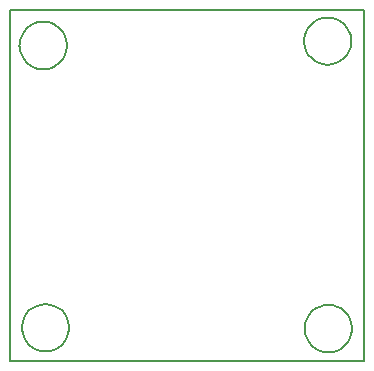
<source format=gbr>
G04 PROTEUS GERBER X2 FILE*
%TF.GenerationSoftware,Labcenter,Proteus,8.12-SP2-Build31155*%
%TF.CreationDate,2022-11-22T16:10:00+00:00*%
%TF.FileFunction,NonPlated,1,2,NPTH*%
%TF.FilePolarity,Positive*%
%TF.Part,Single*%
%TF.SameCoordinates,{c16a8dad-42be-4f3a-a876-1634d5cf0ecb}*%
%FSLAX45Y45*%
%MOMM*%
G01*
%TA.AperFunction,Profile*%
%ADD14C,0.203200*%
%TD.AperFunction*%
D14*
X-4173220Y-872240D02*
X-1177400Y-872240D01*
X-1177400Y+2100300D01*
X-4173220Y+2100300D01*
X-4173220Y-872240D01*
X-3693980Y+1798520D02*
X-3694640Y+1814759D01*
X-3700005Y+1847239D01*
X-3711205Y+1879719D01*
X-3729429Y+1912199D01*
X-3757296Y+1944525D01*
X-3789776Y+1969229D01*
X-3822256Y+1985217D01*
X-3854736Y+1994632D01*
X-3887216Y+1998406D01*
X-3893980Y+1998520D01*
X-4093980Y+1798520D02*
X-4093320Y+1814759D01*
X-4087955Y+1847239D01*
X-4076755Y+1879719D01*
X-4058531Y+1912199D01*
X-4030664Y+1944525D01*
X-3998184Y+1969229D01*
X-3965704Y+1985217D01*
X-3933224Y+1994632D01*
X-3900744Y+1998406D01*
X-3893980Y+1998520D01*
X-4093980Y+1798520D02*
X-4093320Y+1782281D01*
X-4087955Y+1749801D01*
X-4076755Y+1717321D01*
X-4058531Y+1684841D01*
X-4030664Y+1652515D01*
X-3998184Y+1627811D01*
X-3965704Y+1611823D01*
X-3933224Y+1602408D01*
X-3900744Y+1598634D01*
X-3893980Y+1598520D01*
X-3693980Y+1798520D02*
X-3694640Y+1782281D01*
X-3700005Y+1749801D01*
X-3711205Y+1717321D01*
X-3729429Y+1684841D01*
X-3757296Y+1652515D01*
X-3789776Y+1627811D01*
X-3822256Y+1611823D01*
X-3854736Y+1602408D01*
X-3887216Y+1598634D01*
X-3893980Y+1598520D01*
X-1284580Y+1835660D02*
X-1285240Y+1851899D01*
X-1290605Y+1884379D01*
X-1301805Y+1916859D01*
X-1320029Y+1949339D01*
X-1347896Y+1981665D01*
X-1380376Y+2006369D01*
X-1412856Y+2022357D01*
X-1445336Y+2031772D01*
X-1477816Y+2035546D01*
X-1484580Y+2035660D01*
X-1684580Y+1835660D02*
X-1683920Y+1851899D01*
X-1678555Y+1884379D01*
X-1667355Y+1916859D01*
X-1649131Y+1949339D01*
X-1621264Y+1981665D01*
X-1588784Y+2006369D01*
X-1556304Y+2022357D01*
X-1523824Y+2031772D01*
X-1491344Y+2035546D01*
X-1484580Y+2035660D01*
X-1684580Y+1835660D02*
X-1683920Y+1819421D01*
X-1678555Y+1786941D01*
X-1667355Y+1754461D01*
X-1649131Y+1721981D01*
X-1621264Y+1689655D01*
X-1588784Y+1664951D01*
X-1556304Y+1648963D01*
X-1523824Y+1639548D01*
X-1491344Y+1635774D01*
X-1484580Y+1635660D01*
X-1284580Y+1835660D02*
X-1285240Y+1819421D01*
X-1290605Y+1786941D01*
X-1301805Y+1754461D01*
X-1320029Y+1721981D01*
X-1347896Y+1689655D01*
X-1380376Y+1664951D01*
X-1412856Y+1648963D01*
X-1445336Y+1639548D01*
X-1477816Y+1635774D01*
X-1484580Y+1635660D01*
X-3673980Y-590780D02*
X-3674640Y-574541D01*
X-3680005Y-542061D01*
X-3691205Y-509581D01*
X-3709429Y-477101D01*
X-3737296Y-444775D01*
X-3769776Y-420071D01*
X-3802256Y-404083D01*
X-3834736Y-394668D01*
X-3867216Y-390894D01*
X-3873980Y-390780D01*
X-4073980Y-590780D02*
X-4073320Y-574541D01*
X-4067955Y-542061D01*
X-4056755Y-509581D01*
X-4038531Y-477101D01*
X-4010664Y-444775D01*
X-3978184Y-420071D01*
X-3945704Y-404083D01*
X-3913224Y-394668D01*
X-3880744Y-390894D01*
X-3873980Y-390780D01*
X-4073980Y-590780D02*
X-4073320Y-607019D01*
X-4067955Y-639499D01*
X-4056755Y-671979D01*
X-4038531Y-704459D01*
X-4010664Y-736785D01*
X-3978184Y-761489D01*
X-3945704Y-777477D01*
X-3913224Y-786892D01*
X-3880744Y-790666D01*
X-3873980Y-790780D01*
X-3673980Y-590780D02*
X-3674640Y-607019D01*
X-3680005Y-639499D01*
X-3691205Y-671979D01*
X-3709429Y-704459D01*
X-3737296Y-736785D01*
X-3769776Y-761489D01*
X-3802256Y-777477D01*
X-3834736Y-786892D01*
X-3867216Y-790666D01*
X-3873980Y-790780D01*
X-1279660Y-598400D02*
X-1280320Y-582161D01*
X-1285685Y-549681D01*
X-1296885Y-517201D01*
X-1315109Y-484721D01*
X-1342976Y-452395D01*
X-1375456Y-427691D01*
X-1407936Y-411703D01*
X-1440416Y-402288D01*
X-1472896Y-398514D01*
X-1479660Y-398400D01*
X-1679660Y-598400D02*
X-1679000Y-582161D01*
X-1673635Y-549681D01*
X-1662435Y-517201D01*
X-1644211Y-484721D01*
X-1616344Y-452395D01*
X-1583864Y-427691D01*
X-1551384Y-411703D01*
X-1518904Y-402288D01*
X-1486424Y-398514D01*
X-1479660Y-398400D01*
X-1679660Y-598400D02*
X-1679000Y-614639D01*
X-1673635Y-647119D01*
X-1662435Y-679599D01*
X-1644211Y-712079D01*
X-1616344Y-744405D01*
X-1583864Y-769109D01*
X-1551384Y-785097D01*
X-1518904Y-794512D01*
X-1486424Y-798286D01*
X-1479660Y-798400D01*
X-1279660Y-598400D02*
X-1280320Y-614639D01*
X-1285685Y-647119D01*
X-1296885Y-679599D01*
X-1315109Y-712079D01*
X-1342976Y-744405D01*
X-1375456Y-769109D01*
X-1407936Y-785097D01*
X-1440416Y-794512D01*
X-1472896Y-798286D01*
X-1479660Y-798400D01*
M02*

</source>
